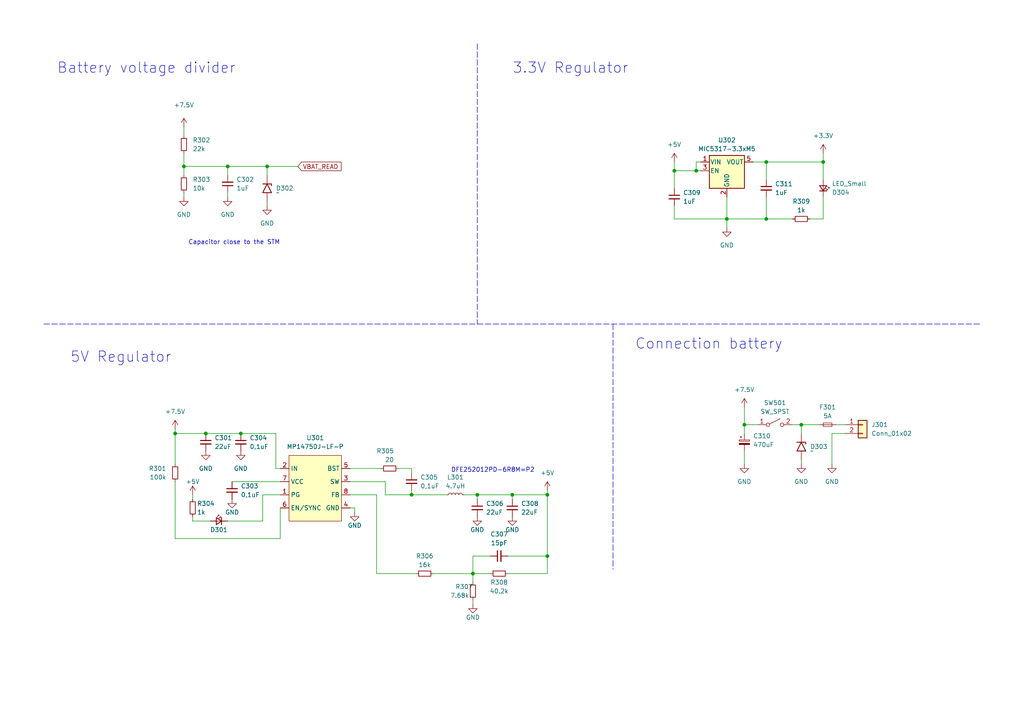
<source format=kicad_sch>
(kicad_sch (version 20230121) (generator eeschema)
  (paper "A4")
  (title_block (title "Robot chat - Power supply") (date "2023-09-19") (rev "1.0") (company "ENSEA"))
  (lib_symbols
    (symbol "Connector_Generic:Conn_01x02" (pin_names (offset 1.016) hide)
      (property "Reference" "J" (at 0 2.54 0))
      (property "Value" "Conn_01x02" (at 0 -5.08 0))
      (symbol "Conn_01x02_1_1"
        (rectangle (start -1.27 -2.413) (end 0 -2.667) (stroke (width 0.1524)))
        (rectangle (start -1.27 0.127) (end 0 -0.127) (stroke (width 0.1524)))
        (rectangle (start -1.27 1.27) (end 1.27 -3.81) (stroke (width 0.254)) (fill (type background)))
        (pin passive line (at -5.08 0 0) (length 3.81) (name "Pin_1") (number "1"))
        (pin passive line (at -5.08 -2.54 0) (length 3.81) (name "Pin_2") (number "2"))
      )
    )
    (symbol "Device:C_Polarized_Small" (pin_numbers hide) (pin_names (offset 0.254) hide)
      (property "Reference" "C" (at 0.254 1.778 0))
      (property "Value" "C_Polarized_Small" (at 0.254 -2.032 0))
      (symbol "C_Polarized_Small_0_1"
        (rectangle (start -1.524 -0.3048) (end 1.524 -0.6858) (fill (type outline)))
        (rectangle (start -1.524 0.6858) (end 1.524 0.3048))
        (polyline (pts (xy -1.27 1.524) (xy -0.762 1.524)))
        (polyline (pts (xy -1.016 1.27) (xy -1.016 1.778)))
      )
      (symbol "C_Polarized_Small_1_1"
        (pin passive line (at 0 2.54 270) (length 1.8542) (name "~") (number "1"))
        (pin passive line (at 0 -2.54 90) (length 1.8542) (name "~") (number "2"))
      )
    )
    (symbol "Device:C_Small" (pin_numbers hide) (pin_names (offset 0.254) hide)
      (property "Reference" "C" (at 0.254 1.778 0))
      (property "Value" "C_Small" (at 0.254 -2.032 0))
      (symbol "C_Small_0_1"
        (polyline (pts (xy -1.524 -0.508) (xy 1.524 -0.508)) (stroke (width 0.3302)))
        (polyline (pts (xy -1.524 0.508) (xy 1.524 0.508)) (stroke (width 0.3048)))
      )
      (symbol "C_Small_1_1"
        (pin passive line (at 0 2.54 270) (length 2.032) (name "~") (number "1"))
        (pin passive line (at 0 -2.54 90) (length 2.032) (name "~") (number "2"))
      )
    )
    (symbol "Device:Fuse_Small" (pin_numbers hide) (pin_names (offset 0.254) hide)
      (property "Reference" "F" (at 0 -1.524 0))
      (property "Value" "Fuse_Small" (at 0 1.524 0))
      (symbol "Fuse_Small_0_1"
        (rectangle (start -1.27 0.508) (end 1.27 -0.508))
        (polyline (pts (xy -1.27 0) (xy 1.27 0)))
      )
      (symbol "Fuse_Small_1_1"
        (pin passive line (at -2.54 0 0) (length 1.27) (name "~") (number "1"))
        (pin passive line (at 2.54 0 180) (length 1.27) (name "~") (number "2"))
      )
    )
    (symbol "Device:LED_Small" (pin_numbers hide) (pin_names (offset 0.254) hide)
      (property "Reference" "D" (at -1.27 3.175 0))
      (property "Value" "LED_Small" (at -4.445 -2.54 0))
      (symbol "LED_Small_0_1"
        (polyline (pts (xy -0.762 -1.016) (xy -0.762 1.016)) (stroke (width 0.254)))
        (polyline (pts (xy 1.016 0) (xy -0.762 0)))
        (polyline (pts (xy 0.762 -1.016) (xy -0.762 0) (xy 0.762 1.016) (xy 0.762 -1.016)) (stroke (width 0.254)))
        (polyline (pts (xy 0 0.762) (xy -0.508 1.27) (xy -0.254 1.27) (xy -0.508 1.27) (xy -0.508 1.016)))
        (polyline (pts (xy 0.508 1.27) (xy 0 1.778) (xy 0.254 1.778) (xy 0 1.778) (xy 0 1.524)))
      )
      (symbol "LED_Small_1_1"
        (pin passive line (at -2.54 0 0) (length 1.778) (name "K") (number "1"))
        (pin passive line (at 2.54 0 180) (length 1.778) (name "A") (number "2"))
      )
    )
    (symbol "Device:L_Small" (pin_numbers hide) (pin_names (offset 0.254) hide)
      (property "Reference" "L" (at 0.762 1.016 0))
      (property "Value" "L_Small" (at 0.762 -1.016 0))
      (symbol "L_Small_0_1"
        (arc (start 0 -2.032) (mid 0.5058 -1.524) (end 0 -1.016))
        (arc (start 0 -1.016) (mid 0.5058 -0.508) (end 0 0))
        (arc (start 0 0) (mid 0.5058 0.508) (end 0 1.016))
        (arc (start 0 1.016) (mid 0.5058 1.524) (end 0 2.032))
      )
      (symbol "L_Small_1_1"
        (pin passive line (at 0 2.54 270) (length 0.508) (name "~") (number "1"))
        (pin passive line (at 0 -2.54 90) (length 0.508) (name "~") (number "2"))
      )
    )
    (symbol "Device:R_Small" (pin_numbers hide) (pin_names (offset 0.254) hide)
      (property "Reference" "R" (at 0.762 0.508 0))
      (property "Value" "R_Small" (at 0.762 -1.016 0))
      (symbol "R_Small_0_1"
        (rectangle (start -0.762 1.778) (end 0.762 -1.778) (stroke (width 0.2032)))
      )
      (symbol "R_Small_1_1"
        (pin passive line (at 0 2.54 270) (length 0.762) (name "~") (number "1"))
        (pin passive line (at 0 -2.54 90) (length 0.762) (name "~") (number "2"))
      )
    )
    (symbol "Diode:1N62xxA" (pin_numbers hide) (pin_names (offset 1.016) hide)
      (property "Reference" "D" (at 0 2.54 0))
      (property "Value" "1N62xxA" (at 0 -2.54 0))
      (symbol "1N62xxA_0_1"
        (polyline (pts (xy -0.762 1.27) (xy -1.27 1.27) (xy -1.27 -1.27)) (stroke (width 0.254)))
        (polyline (pts (xy 1.27 1.27) (xy 1.27 -1.27) (xy -1.27 0) (xy 1.27 1.27)) (stroke (width 0.254)))
      )
      (symbol "1N62xxA_1_1"
        (pin passive line (at -3.81 0 0) (length 2.54) (name "A1") (number "1"))
        (pin passive line (at 3.81 0 180) (length 2.54) (name "A2") (number "2"))
      )
    )
    (symbol "MP1475:MP1475DJ-LF-P"
      (property "Reference" "U" (at 1.27 1.27 0))
      (property "Value" "MP1475DJ-LF-P" (at 8.89 -1.27 0))
      (symbol "MP1475DJ-LF-P_1_1"
        (rectangle (start -7.62 -2.54) (end 7.62 -21.59) (fill (type background)))
        (pin output line (at -10.16 -13.97 0) (length 2.54) (name "PG") (number "1"))
        (pin power_in line (at -10.16 -6.35 0) (length 2.54) (name "IN") (number "2"))
        (pin bidirectional line (at 10.16 -10.16 180) (length 2.54) (name "SW") (number "3"))
        (pin power_in line (at 10.16 -17.78 180) (length 2.54) (name "GND") (number "4"))
        (pin bidirectional line (at 10.16 -6.35 180) (length 2.54) (name "BST") (number "5"))
        (pin input line (at -10.16 -17.78 0) (length 2.54) (name "EN/SYNC") (number "6"))
        (pin power_in line (at -10.16 -10.16 0) (length 2.54) (name "VCC") (number "7"))
        (pin input line (at 10.16 -13.97 180) (length 2.54) (name "FB") (number "8"))
      )
    )
    (symbol "Regulator_Linear:MIC5317-3.3xM5" (pin_names (offset 0.254))
      (property "Reference" "U" (at -6.35 6.35 0))
      (property "Value" "MIC5317-3.3xM5" (at 0 6.35 0))
      (symbol "MIC5317-3.3xM5_0_1"
        (rectangle (start -5.08 4.445) (end 5.08 -5.08) (stroke (width 0.254)) (fill (type background)))
      )
      (symbol "MIC5317-3.3xM5_1_1"
        (pin power_in line (at -7.62 2.54 0) (length 2.54) (name "VIN") (number "1"))
        (pin power_in line (at 0 -7.62 90) (length 2.54) (name "GND") (number "2"))
        (pin input line (at -7.62 0 0) (length 2.54) (name "EN") (number "3"))
        (pin no_connect line (at 5.08 0 180) (length 2.54) hide (name "NC") (number "4"))
        (pin power_out line (at 7.62 2.54 180) (length 2.54) (name "VOUT") (number "5"))
      )
    )
    (symbol "Switch:SW_SPST" (pin_names (offset 0) hide)
      (property "Reference" "SW" (at 0 3.175 0))
      (property "Value" "SW_SPST" (at 0 -2.54 0))
      (symbol "SW_SPST_0_0"
        (circle (center -2.032 0) (radius 0.508))
        (polyline (pts (xy -1.524 0.254) (xy 1.524 1.778)))
        (circle (center 2.032 0) (radius 0.508))
      )
      (symbol "SW_SPST_1_1"
        (pin passive line (at -5.08 0 0) (length 2.54) (name "A") (number "1"))
        (pin passive line (at 5.08 0 180) (length 2.54) (name "B") (number "2"))
      )
    )
    (symbol "power:+3.3V" (power) (pin_names (offset 0))
      (property "Value" "+3.3V" (at 0 3.556 0))
      (symbol "+3.3V_0_1"
        (polyline (pts (xy -0.762 1.27) (xy 0 2.54)))
        (polyline (pts (xy 0 0) (xy 0 2.54)))
        (polyline (pts (xy 0 2.54) (xy 0.762 1.27)))
      )
      (symbol "+3.3V_1_1"
        (pin power_in line (at 0 0 90) (length 0) hide (name "+3.3V") (number "1"))
      )
    )
    (symbol "power:+5V" (power) (pin_names (offset 0))
      (property "Value" "+5V" (at 0 3.556 0))
      (symbol "+5V_0_1"
        (polyline (pts (xy -0.762 1.27) (xy 0 2.54)))
        (polyline (pts (xy 0 0) (xy 0 2.54)))
        (polyline (pts (xy 0 2.54) (xy 0.762 1.27)))
      )
      (symbol "+5V_1_1"
        (pin power_in line (at 0 0 90) (length 0) hide (name "+5V") (number "1"))
      )
    )
    (symbol "power:+7.5V" (power) (pin_names (offset 0))
      (property "Value" "+7.5V" (at 0 3.556 0))
      (symbol "+7.5V_0_1"
        (polyline (pts (xy -0.762 1.27) (xy 0 2.54)))
        (polyline (pts (xy 0 0) (xy 0 2.54)))
        (polyline (pts (xy 0 2.54) (xy 0.762 1.27)))
      )
      (symbol "+7.5V_1_1"
        (pin power_in line (at 0 0 90) (length 0) hide (name "+7.5V") (number "1"))
      )
    )
    (symbol "power:GND" (power) (pin_names (offset 0))
      (property "Value" "GND" (at 0 -3.81 0))
      (symbol "GND_0_1"
        (polyline (pts (xy 0 0) (xy 0 -1.27) (xy 1.27 -1.27) (xy 0 -2.54) (xy -1.27 -1.27) (xy 0 -1.27)))
      )
      (symbol "GND_1_1"
        (pin power_in line (at 0 0 270) (length 0) hide (name "GND") (number "1"))
      )
    )
  )
  (junction (at 222.25 63.5))
  (junction (at 210.82 63.5))
  (junction (at 66.04 48.26))
  (junction (at 138.43 143.51))
  (junction (at 232.41 123.19))
  (junction (at 148.59 143.51))
  (junction (at 69.85 125.73))
  (junction (at 119.38 143.51))
  (junction (at 137.16 166.37))
  (junction (at 158.75 143.51))
  (junction (at 195.58 49.53))
  (junction (at 238.76 46.99))
  (junction (at 158.75 161.29))
  (junction (at 222.25 46.99))
  (junction (at 50.8 125.73))
  (junction (at 59.69 125.73))
  (junction (at 53.34 48.26))
  (junction (at 201.93 49.53))
  (junction (at 215.9 123.19))
  (junction (at 77.47 48.26))
  (wire (pts (xy 66.04 55.88) (xy 66.04 57.15)))
  (wire (pts (xy 215.9 130.81) (xy 215.9 134.62)))
  (wire (pts (xy 242.57 123.19) (xy 245.11 123.19)))
  (wire (pts (xy 101.6 147.32) (xy 102.87 147.32)))
  (wire (pts (xy 201.93 49.53) (xy 203.2 49.53)))
  (wire (pts (xy 125.73 166.37) (xy 137.16 166.37)))
  (wire (pts (xy 77.47 48.26) (xy 66.04 48.26)))
  (wire (pts (xy 77.47 50.8) (xy 77.47 48.26)))
  (wire (pts (xy 158.75 142.24) (xy 158.75 143.51)))
  (wire (pts (xy 222.25 57.15) (xy 222.25 63.5)))
  (wire (pts (xy 241.3 125.73) (xy 245.11 125.73)))
  (wire (pts (xy 119.38 143.51) (xy 129.54 143.51)))
  (wire (pts (xy 210.82 63.5) (xy 222.25 63.5)))
  (wire (pts (xy 229.87 123.19) (xy 232.41 123.19)))
  (polyline (pts (xy 138.43 12.7) (xy 138.43 93.98)) (stroke (width 0) (type dash)))
  (wire (pts (xy 80.01 135.89) (xy 81.28 135.89)))
  (polyline (pts (xy 177.8 93.98) (xy 177.8 165.1)) (stroke (width 0) (type dash)))
  (wire (pts (xy 81.28 147.32) (xy 81.28 156.21)))
  (polyline (pts (xy 12.7 93.98) (xy 284.48 93.98)) (stroke (width 0) (type dash)))
  (wire (pts (xy 134.62 143.51) (xy 138.43 143.51)))
  (wire (pts (xy 115.57 135.89) (xy 119.38 135.89)))
  (wire (pts (xy 66.04 48.26) (xy 53.34 48.26)))
  (wire (pts (xy 66.04 50.8) (xy 66.04 48.26)))
  (wire (pts (xy 109.22 166.37) (xy 120.65 166.37)))
  (wire (pts (xy 195.58 63.5) (xy 210.82 63.5)))
  (wire (pts (xy 158.75 166.37) (xy 158.75 161.29)))
  (wire (pts (xy 111.76 139.7) (xy 111.76 143.51)))
  (wire (pts (xy 238.76 46.99) (xy 238.76 52.07)))
  (wire (pts (xy 222.25 46.99) (xy 238.76 46.99)))
  (wire (pts (xy 101.6 143.51) (xy 109.22 143.51)))
  (wire (pts (xy 158.75 161.29) (xy 158.75 143.51)))
  (wire (pts (xy 195.58 49.53) (xy 201.93 49.53)))
  (wire (pts (xy 137.16 166.37) (xy 137.16 168.91)))
  (wire (pts (xy 50.8 124.46) (xy 50.8 125.73)))
  (wire (pts (xy 138.43 143.51) (xy 138.43 144.78)))
  (wire (pts (xy 77.47 48.26) (xy 86.36 48.26)))
  (wire (pts (xy 59.69 125.73) (xy 69.85 125.73)))
  (wire (pts (xy 55.88 151.13) (xy 60.96 151.13)))
  (wire (pts (xy 142.24 161.29) (xy 137.16 161.29)))
  (wire (pts (xy 148.59 143.51) (xy 148.59 144.78)))
  (wire (pts (xy 195.58 49.53) (xy 195.58 54.61)))
  (wire (pts (xy 241.3 125.73) (xy 241.3 134.62)))
  (wire (pts (xy 81.28 156.21) (xy 50.8 156.21)))
  (wire (pts (xy 55.88 144.78) (xy 55.88 143.51)))
  (wire (pts (xy 210.82 57.15) (xy 210.82 63.5)))
  (wire (pts (xy 109.22 143.51) (xy 109.22 166.37)))
  (wire (pts (xy 238.76 63.5) (xy 234.95 63.5)))
  (wire (pts (xy 215.9 123.19) (xy 219.71 123.19)))
  (wire (pts (xy 119.38 135.89) (xy 119.38 137.16)))
  (wire (pts (xy 77.47 58.42) (xy 77.47 59.69)))
  (wire (pts (xy 147.32 161.29) (xy 158.75 161.29)))
  (wire (pts (xy 81.28 143.51) (xy 76.2 143.51)))
  (wire (pts (xy 66.04 151.13) (xy 76.2 151.13)))
  (wire (pts (xy 53.34 55.88) (xy 53.34 57.15)))
  (wire (pts (xy 232.41 125.73) (xy 232.41 123.19)))
  (wire (pts (xy 69.85 125.73) (xy 80.01 125.73)))
  (wire (pts (xy 215.9 125.73) (xy 215.9 123.19)))
  (wire (pts (xy 222.25 63.5) (xy 229.87 63.5)))
  (wire (pts (xy 210.82 63.5) (xy 210.82 66.04)))
  (wire (pts (xy 137.16 173.99) (xy 137.16 175.26)))
  (wire (pts (xy 53.34 48.26) (xy 53.34 50.8)))
  (wire (pts (xy 238.76 46.99) (xy 238.76 44.45)))
  (wire (pts (xy 111.76 143.51) (xy 119.38 143.51)))
  (wire (pts (xy 53.34 36.83) (xy 53.34 39.37)))
  (wire (pts (xy 67.31 139.7) (xy 81.28 139.7)))
  (wire (pts (xy 158.75 143.51) (xy 148.59 143.51)))
  (wire (pts (xy 147.32 166.37) (xy 158.75 166.37)))
  (wire (pts (xy 102.87 147.32) (xy 102.87 148.59)))
  (wire (pts (xy 80.01 125.73) (xy 80.01 135.89)))
  (wire (pts (xy 201.93 46.99) (xy 201.93 49.53)))
  (wire (pts (xy 195.58 46.99) (xy 195.58 49.53)))
  (wire (pts (xy 238.76 57.15) (xy 238.76 63.5)))
  (wire (pts (xy 50.8 125.73) (xy 59.69 125.73)))
  (wire (pts (xy 138.43 143.51) (xy 148.59 143.51)))
  (wire (pts (xy 232.41 133.35) (xy 232.41 134.62)))
  (wire (pts (xy 53.34 44.45) (xy 53.34 48.26)))
  (wire (pts (xy 101.6 139.7) (xy 111.76 139.7)))
  (wire (pts (xy 218.44 46.99) (xy 222.25 46.99)))
  (wire (pts (xy 195.58 59.69) (xy 195.58 63.5)))
  (wire (pts (xy 137.16 161.29) (xy 137.16 166.37)))
  (wire (pts (xy 215.9 123.19) (xy 215.9 118.11)))
  (wire (pts (xy 232.41 123.19) (xy 237.49 123.19)))
  (wire (pts (xy 76.2 143.51) (xy 76.2 151.13)))
  (wire (pts (xy 101.6 135.89) (xy 110.49 135.89)))
  (wire (pts (xy 119.38 143.51) (xy 119.38 142.24)))
  (wire (pts (xy 55.88 151.13) (xy 55.88 149.86)))
  (wire (pts (xy 203.2 46.99) (xy 201.93 46.99)))
  (wire (pts (xy 137.16 166.37) (xy 142.24 166.37)))
  (wire (pts (xy 222.25 46.99) (xy 222.25 52.07)))
  (wire (pts (xy 50.8 125.73) (xy 50.8 134.62)))
  (wire (pts (xy 50.8 139.7) (xy 50.8 156.21)))
  (text "Battery voltage divider" (at 16.51 21.59 0) (effects (font (size 3 3)) (justify left bottom)))
  (text "Capacitor close to the STM" (at 54.61 71.12 0) (effects (font (size 1.27 1.27)) (justify left bottom)))
  (text "Connection battery" (at 184.15 101.6 0) (effects (font (size 3 3)) (justify left bottom)))
  (text "DFE252012PD-6R8M=P2" (at 130.81 137.16 0) (effects (font (size 1.27 1.27)) (justify left bottom)))
  (text "5V Regulator" (at 20.32 105.41 0) (effects (font (size 3 3)) (justify left bottom)))
  (text "3.3V Regulator" (at 148.59 21.59 0) (effects (font (size 3 3)) (justify left bottom)))
  (global_label "VBAT_READ" (shape input) (at 86.36 48.26 0) (property "Intersheetrefs" "${INTERSHEET_REFS}" (effects hide)))
  (symbol (lib_id "power:GND") (at 232.41 134.62 0) (unit 1)
    (property "Reference" "#PWR0319" (effects hide))
    (property "Value" "GND" (at 232.41 139.7 0))
  )
  (symbol (lib_id "Device:C_Small") (at 138.43 147.32 0) (unit 1)
    (property "Reference" "C306" (at 140.97 146.0563 0) (effects (justify left)))
    (property "Value" "22uF" (at 140.97 148.5963 0) (effects (justify left)))
    (property "Footprint" "Capacitor_SMD:C_0805_2012Metric" (effects hide))
  )
  (symbol (lib_id "Device:C_Small") (at 59.69 128.27 0) (unit 1)
    (property "Reference" "C301" (at 62.23 127.0063 0) (effects (justify left)))
    (property "Value" "22uF" (at 62.23 129.5463 0) (effects (justify left)))
    (property "Footprint" "Capacitor_SMD:C_0805_2012Metric" (effects hide))
  )
  (symbol (lib_id "Diode:1N62xxA") (at 77.47 54.61 270) (unit 1)
    (property "Reference" "D302" (at 80.01 54.61 90) (effects (justify left)))
    (property "Value" "~" (at 80.01 55.88 90) (effects (justify left)))
    (property "Footprint" "Diode_SMD:D_SOD-923" (effects hide))
  )
  (symbol (lib_id "Device:C_Small") (at 69.85 128.27 0) (unit 1)
    (property "Reference" "C304" (at 72.39 127.0063 0) (effects (justify left)))
    (property "Value" "0,1uF" (at 72.39 129.5463 0) (effects (justify left)))
    (property "Footprint" "Capacitor_SMD:C_0603_1608Metric" (effects hide))
  )
  (symbol (lib_id "Device:LED_Small") (at 63.5 151.13 0) (mirror y) (unit 1)
    (property "Reference" "D301" (at 63.5 153.67 0))
    (property "Value" "LED_Small" (effects hide))
  )
  (symbol (lib_id "Device:C_Small") (at 222.25 54.61 0) (unit 1)
    (property "Reference" "C311" (at 224.79 53.3463 0) (effects (justify left)))
    (property "Value" "1uF" (at 224.79 55.8863 0) (effects (justify left)))
    (property "Footprint" "Capacitor_SMD:C_0603_1608Metric" (effects hide))
  )
  (symbol (lib_id "power:GND") (at 137.16 175.26 0) (unit 1)
    (property "Reference" "#PWR0311" (effects hide))
    (property "Value" "GND" (at 137.16 179.07 0))
  )
  (symbol (lib_id "Device:LED_Small") (at 238.76 54.61 270) (mirror x) (unit 1)
    (property "Reference" "D304" (at 241.3 55.8165 90) (effects (justify left)))
    (property "Value" "LED_Small" (at 241.3 53.2765 90) (effects (justify left)))
  )
  (symbol (lib_id "Device:R_Small") (at 50.8 137.16 0) (mirror y) (unit 1)
    (property "Reference" "R301" (at 48.26 135.89 0) (effects (justify left)))
    (property "Value" "100k" (at 48.26 138.43 0) (effects (justify left)))
    (property "Footprint" "Resistor_SMD:R_0603_1608Metric" (effects hide))
  )
  (symbol (lib_id "power:+7.5V") (at 215.9 118.11 0) (unit 1)
    (property "Reference" "#PWR0317" (effects hide))
    (property "Value" "+7.5V" (at 215.9 113.03 0))
  )
  (symbol (lib_id "Connector_Generic:Conn_01x02") (at 250.19 123.19 0) (unit 1)
    (property "Reference" "J301" (at 252.73 123.19 0) (effects (justify left)))
    (property "Value" "Conn_01x02" (at 252.73 125.73 0) (effects (justify left)))
  )
  (symbol (lib_id "power:GND") (at 66.04 57.15 0) (unit 1)
    (property "Reference" "#PWR0306" (effects hide))
    (property "Value" "GND" (at 66.04 62.23 0))
  )
  (symbol (lib_id "power:+7.5V") (at 53.34 36.83 0) (unit 1)
    (property "Reference" "#PWR0302" (effects hide))
    (property "Value" "+7.5V" (at 53.34 30.48 0))
  )
  (symbol (lib_id "power:GND") (at 102.87 148.59 0) (unit 1)
    (property "Reference" "#PWR0310" (effects hide))
    (property "Value" "GND" (at 102.87 152.4 0))
  )
  (symbol (lib_id "power:+5V") (at 158.75 142.24 0) (unit 1)
    (property "Reference" "#PWR0314" (effects hide))
    (property "Value" "+5V" (at 158.75 137.16 0))
  )
  (symbol (lib_id "power:+3.3V") (at 238.76 44.45 0) (unit 1)
    (property "Reference" "#PWR0320" (effects hide))
    (property "Value" "+3.3V" (at 238.76 39.37 0))
  )
  (symbol (lib_id "Device:Fuse_Small") (at 240.03 123.19 0) (unit 1)
    (property "Reference" "F301" (at 240.03 118.11 0))
    (property "Value" "5A" (at 240.03 120.65 0))
  )
  (symbol (lib_id "Device:R_Small") (at 53.34 53.34 0) (unit 1)
    (property "Reference" "R303" (at 55.88 52.07 0) (effects (justify left)))
    (property "Value" "10k" (at 55.88 54.61 0) (effects (justify left)))
    (property "Footprint" "Resistor_SMD:R_0603_1608Metric" (effects hide))
  )
  (symbol (lib_id "power:GND") (at 148.59 149.86 0) (unit 1)
    (property "Reference" "#PWR0313" (effects hide))
    (property "Value" "GND" (at 148.59 153.67 0))
  )
  (symbol (lib_id "Device:R_Small") (at 113.03 135.89 90) (unit 1)
    (property "Reference" "R305" (at 114.3 130.81 90) (effects (justify left)))
    (property "Value" "20" (at 114.3 133.35 90) (effects (justify left)))
    (property "Footprint" "Resistor_SMD:R_0603_1608Metric" (effects hide))
  )
  (symbol (lib_id "power:GND") (at 77.47 59.69 0) (unit 1)
    (property "Reference" "#PWR0309" (effects hide))
    (property "Value" "GND" (at 77.47 64.77 0))
  )
  (symbol (lib_id "Device:C_Small") (at 67.31 142.24 0) (unit 1)
    (property "Reference" "C303" (at 69.85 140.9763 0) (effects (justify left)))
    (property "Value" "0,1uF" (at 69.85 143.5163 0) (effects (justify left)))
    (property "Footprint" "Capacitor_SMD:C_0603_1608Metric" (effects hide))
  )
  (symbol (lib_id "Device:R_Small") (at 53.34 41.91 0) (unit 1)
    (property "Reference" "R302" (at 55.88 40.64 0) (effects (justify left)))
    (property "Value" "22k" (at 55.88 43.18 0) (effects (justify left)))
    (property "Footprint" "Resistor_SMD:R_0603_1608Metric" (effects hide))
  )
  (symbol (lib_id "power:GND") (at 138.43 149.86 0) (unit 1)
    (property "Reference" "#PWR0312" (effects hide))
    (property "Value" "GND" (at 138.43 153.67 0))
  )
  (symbol (lib_id "power:GND") (at 210.82 66.04 0) (unit 1)
    (property "Reference" "#PWR0316" (effects hide))
    (property "Value" "GND" (at 210.82 71.12 0))
  )
  (symbol (lib_id "Device:R_Small") (at 137.16 171.45 0) (unit 1)
    (property "Reference" "R307" (at 134.62 170.18 0))
    (property "Value" "7.68k" (at 133.35 172.72 0))
    (property "Footprint" "Resistor_SMD:R_0603_1608Metric" (effects hide))
  )
  (symbol (lib_id "power:+5V") (at 195.58 46.99 0) (unit 1)
    (property "Reference" "#PWR0315" (effects hide))
    (property "Value" "+5V" (at 195.58 41.91 0))
  )
  (symbol (lib_id "Device:C_Small") (at 148.59 147.32 0) (unit 1)
    (property "Reference" "C308" (at 151.13 146.0563 0) (effects (justify left)))
    (property "Value" "22uF" (at 151.13 148.5963 0) (effects (justify left)))
    (property "Footprint" "Capacitor_SMD:C_0805_2012Metric" (effects hide))
  )
  (symbol (lib_id "Device:L_Small") (at 132.08 143.51 90) (unit 1)
    (property "Reference" "L301" (at 132.08 138.43 90))
    (property "Value" "4.7uH" (at 132.08 140.97 90))
    (property "Footprint" "Inductor_SMD:L_1008_2520Metric" (effects hide))
  )
  (symbol (lib_id "power:GND") (at 69.85 130.81 0) (unit 1)
    (property "Reference" "#PWR0308" (effects hide))
    (property "Value" "GND" (at 69.85 135.89 0))
  )
  (symbol (lib_id "power:GND") (at 53.34 57.15 0) (unit 1)
    (property "Reference" "#PWR0303" (effects hide))
    (property "Value" "GND" (at 53.34 62.23 0))
  )
  (symbol (lib_id "MP1475:MP1475DJ-LF-P") (at 91.44 129.54 0) (unit 1)
    (property "Reference" "U301" (at 91.44 127 0))
    (property "Value" "MP1475DJ-LF-P" (at 91.44 129.54 0))
    (property "Footprint" "Package_TO_SOT_SMD:TSOT-23-8" (effects hide))
    (property "Datasheet" "https://www.monolithicpower.com/en/documentview/productdocument/index/version/2/document_type/Datasheet/lang/en/sku/MP1475/document_id/342" (effects hide))
  )
  (symbol (lib_id "Device:R_Small") (at 55.88 147.32 0) (unit 1)
    (property "Reference" "R304" (at 57.15 146.05 0) (effects (justify left)))
    (property "Value" "1k" (at 57.15 148.59 0) (effects (justify left)))
    (property "Footprint" "Resistor_SMD:R_0603_1608Metric" (effects hide))
  )
  (symbol (lib_id "Switch:SW_SPST") (at 224.79 123.19 0) (unit 1)
    (property "Reference" "SW501" (at 224.79 116.84 0))
    (property "Value" "SW_SPST" (at 224.79 119.38 0))
    (instances (project "robot_chat" (path "" (reference "SW501") (unit 1)) (path "" (reference "SW301") (unit 1))))
  )
  (symbol (lib_id "power:GND") (at 241.3 134.62 0) (unit 1)
    (property "Reference" "#PWR0321" (effects hide))
    (property "Value" "GND" (at 241.3 139.7 0))
  )
  (symbol (lib_id "power:GND") (at 215.9 134.62 0) (unit 1)
    (property "Reference" "#PWR0318" (effects hide))
    (property "Value" "GND" (at 215.9 139.7 0))
  )
  (symbol (lib_id "power:GND") (at 67.31 144.78 0) (unit 1)
    (property "Reference" "#PWR0307" (effects hide))
    (property "Value" "GND" (at 67.31 148.59 0))
  )
  (symbol (lib_id "Device:R_Small") (at 123.19 166.37 90) (unit 1)
    (property "Reference" "R306" (at 123.19 161.29 90))
    (property "Value" "16k" (at 123.19 163.83 90))
    (property "Footprint" "Resistor_SMD:R_0603_1608Metric" (effects hide))
  )
  (symbol (lib_id "power:+5V") (at 55.88 143.51 0) (unit 1)
    (property "Reference" "#PWR0304" (effects hide))
    (property "Value" "+5V" (at 55.88 139.7 0))
  )
  (symbol (lib_id "power:GND") (at 59.69 130.81 0) (unit 1)
    (property "Reference" "#PWR0305" (effects hide))
    (property "Value" "GND" (at 59.69 135.89 0))
  )
  (symbol (lib_id "Diode:1N62xxA") (at 232.41 129.54 270) (unit 1)
    (property "Reference" "D303" (at 234.95 129.54 90) (effects (justify left)))
    (property "Value" "~" (at 234.95 130.81 90) (effects (justify left)))
    (property "Footprint" "Diode_SMD:D_SMB" (effects hide))
    (instances (project "robot_chat" (path "" (reference "D303") (unit 1)) (path "" (reference "D202") (unit 1))))
  )
  (symbol (lib_id "Device:R_Small") (at 232.41 63.5 90) (unit 1)
    (property "Reference" "R309" (at 232.41 58.42 90))
    (property "Value" "1k" (at 232.41 60.96 90))
    (property "Footprint" "Resistor_SMD:R_0603_1608Metric" (effects hide))
  )
  (symbol (lib_id "Device:C_Polarized_Small") (at 215.9 128.27 0) (unit 1)
    (property "Reference" "C310" (at 218.44 126.4539 0) (effects (justify left)))
    (property "Value" "470uF" (at 218.44 128.9939 0) (effects (justify left)))
  )
  (symbol (lib_id "Device:R_Small") (at 144.78 166.37 90) (unit 1)
    (property "Reference" "R308" (at 144.78 168.91 90))
    (property "Value" "40.2k" (at 144.78 171.45 90))
    (property "Footprint" "Resistor_SMD:R_0603_1608Metric" (effects hide))
  )
  (symbol (lib_id "Device:C_Small") (at 66.04 53.34 180) (unit 1)
    (property "Reference" "C302" (at 68.58 52.0636 0) (effects (justify right)))
    (property "Value" "1uF" (at 68.58 54.6036 0) (effects (justify right)))
    (property "Footprint" "Capacitor_SMD:C_0603_1608Metric" (effects hide))
  )
  (symbol (lib_id "Device:C_Small") (at 144.78 161.29 90) (unit 1)
    (property "Reference" "C307" (at 144.7863 154.94 90))
    (property "Value" "15pF" (at 144.7863 157.48 90))
    (property "Footprint" "Capacitor_SMD:C_0603_1608Metric" (effects hide))
  )
  (symbol (lib_id "Device:C_Small") (at 119.38 139.7 0) (unit 1)
    (property "Reference" "C305" (at 121.92 138.4363 0) (effects (justify left)))
    (property "Value" "0,1uF" (at 121.92 140.9763 0) (effects (justify left)))
    (property "Footprint" "Capacitor_SMD:C_0603_1608Metric" (effects hide))
  )
  (symbol (lib_id "Regulator_Linear:MIC5317-3.3xM5") (at 210.82 49.53 0) (unit 1)
    (property "Reference" "U302" (at 210.82 40.64 0))
    (property "Value" "MIC5317-3.3xM5" (at 210.82 43.18 0))
    (property "Footprint" "Package_TO_SOT_SMD:SOT-23-5" (effects hide))
    (property "Datasheet" "https://ww1.microchip.com/downloads/aemDocuments/documents/OTH/ProductDocuments/DataSheets/MIC5317-High-Performance-Single-150mA-LDO-DS20006195B.pdf" (effects hide))
  )
  (symbol (lib_id "Device:C_Small") (at 195.58 57.15 0) (unit 1)
    (property "Reference" "C309" (at 198.12 55.8863 0) (effects (justify left)))
    (property "Value" "1uF" (at 198.12 58.4263 0) (effects (justify left)))
    (property "Footprint" "Capacitor_SMD:C_0603_1608Metric" (effects hide))
  )
  (symbol (lib_id "power:+7.5V") (at 50.8 124.46 0) (unit 1)
    (property "Reference" "#PWR0301" (effects hide))
    (property "Value" "+7.5V" (at 50.8 119.38 0))
  )
)
</source>
